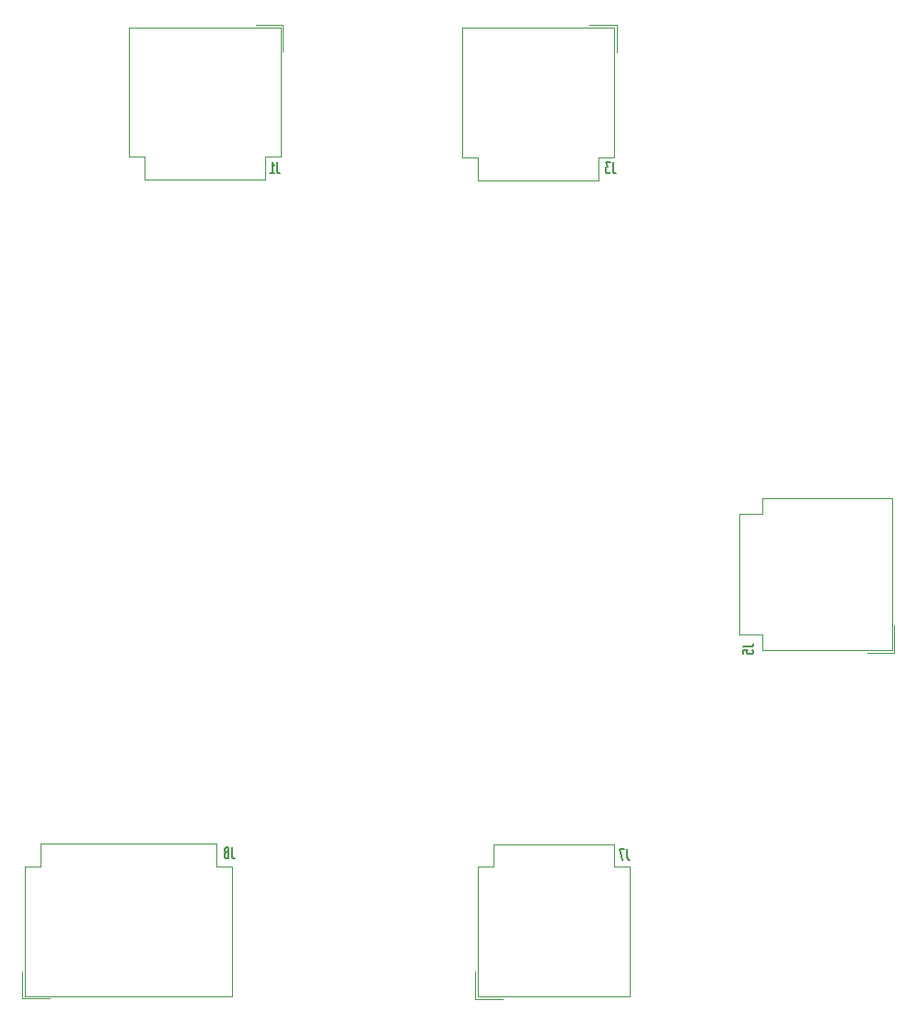
<source format=gbr>
%TF.GenerationSoftware,KiCad,Pcbnew,7.0.6*%
%TF.CreationDate,2023-10-25T23:51:53-07:00*%
%TF.ProjectId,controller-heat,636f6e74-726f-46c6-9c65-722d68656174,rev?*%
%TF.SameCoordinates,Original*%
%TF.FileFunction,Legend,Bot*%
%TF.FilePolarity,Positive*%
%FSLAX46Y46*%
G04 Gerber Fmt 4.6, Leading zero omitted, Abs format (unit mm)*
G04 Created by KiCad (PCBNEW 7.0.6) date 2023-10-25 23:51:53*
%MOMM*%
%LPD*%
G01*
G04 APERTURE LIST*
%ADD10C,0.153000*%
%ADD11C,0.120000*%
G04 APERTURE END LIST*
D10*
X176175304Y-62433986D02*
X176175304Y-63148271D01*
X176175304Y-63148271D02*
X176206257Y-63291128D01*
X176206257Y-63291128D02*
X176268161Y-63386367D01*
X176268161Y-63386367D02*
X176361019Y-63433986D01*
X176361019Y-63433986D02*
X176422923Y-63433986D01*
X175927685Y-62433986D02*
X175525304Y-62433986D01*
X175525304Y-62433986D02*
X175741971Y-62814938D01*
X175741971Y-62814938D02*
X175649114Y-62814938D01*
X175649114Y-62814938D02*
X175587209Y-62862557D01*
X175587209Y-62862557D02*
X175556257Y-62910176D01*
X175556257Y-62910176D02*
X175525304Y-63005414D01*
X175525304Y-63005414D02*
X175525304Y-63243509D01*
X175525304Y-63243509D02*
X175556257Y-63338747D01*
X175556257Y-63338747D02*
X175587209Y-63386367D01*
X175587209Y-63386367D02*
X175649114Y-63433986D01*
X175649114Y-63433986D02*
X175834828Y-63433986D01*
X175834828Y-63433986D02*
X175896733Y-63386367D01*
X175896733Y-63386367D02*
X175927685Y-63338747D01*
X141123304Y-125425986D02*
X141123304Y-126140271D01*
X141123304Y-126140271D02*
X141154257Y-126283128D01*
X141154257Y-126283128D02*
X141216161Y-126378367D01*
X141216161Y-126378367D02*
X141309019Y-126425986D01*
X141309019Y-126425986D02*
X141370923Y-126425986D01*
X140720923Y-125854557D02*
X140782828Y-125806938D01*
X140782828Y-125806938D02*
X140813781Y-125759319D01*
X140813781Y-125759319D02*
X140844733Y-125664081D01*
X140844733Y-125664081D02*
X140844733Y-125616462D01*
X140844733Y-125616462D02*
X140813781Y-125521224D01*
X140813781Y-125521224D02*
X140782828Y-125473605D01*
X140782828Y-125473605D02*
X140720923Y-125425986D01*
X140720923Y-125425986D02*
X140597114Y-125425986D01*
X140597114Y-125425986D02*
X140535209Y-125473605D01*
X140535209Y-125473605D02*
X140504257Y-125521224D01*
X140504257Y-125521224D02*
X140473304Y-125616462D01*
X140473304Y-125616462D02*
X140473304Y-125664081D01*
X140473304Y-125664081D02*
X140504257Y-125759319D01*
X140504257Y-125759319D02*
X140535209Y-125806938D01*
X140535209Y-125806938D02*
X140597114Y-125854557D01*
X140597114Y-125854557D02*
X140720923Y-125854557D01*
X140720923Y-125854557D02*
X140782828Y-125902176D01*
X140782828Y-125902176D02*
X140813781Y-125949795D01*
X140813781Y-125949795D02*
X140844733Y-126045033D01*
X140844733Y-126045033D02*
X140844733Y-126235509D01*
X140844733Y-126235509D02*
X140813781Y-126330747D01*
X140813781Y-126330747D02*
X140782828Y-126378367D01*
X140782828Y-126378367D02*
X140720923Y-126425986D01*
X140720923Y-126425986D02*
X140597114Y-126425986D01*
X140597114Y-126425986D02*
X140535209Y-126378367D01*
X140535209Y-126378367D02*
X140504257Y-126330747D01*
X140504257Y-126330747D02*
X140473304Y-126235509D01*
X140473304Y-126235509D02*
X140473304Y-126045033D01*
X140473304Y-126045033D02*
X140504257Y-125949795D01*
X140504257Y-125949795D02*
X140535209Y-125902176D01*
X140535209Y-125902176D02*
X140597114Y-125854557D01*
X145314304Y-62433986D02*
X145314304Y-63148271D01*
X145314304Y-63148271D02*
X145345257Y-63291128D01*
X145345257Y-63291128D02*
X145407161Y-63386367D01*
X145407161Y-63386367D02*
X145500019Y-63433986D01*
X145500019Y-63433986D02*
X145561923Y-63433986D01*
X144664304Y-63433986D02*
X145035733Y-63433986D01*
X144850019Y-63433986D02*
X144850019Y-62433986D01*
X144850019Y-62433986D02*
X144911923Y-62576843D01*
X144911923Y-62576843D02*
X144973828Y-62672081D01*
X144973828Y-62672081D02*
X145035733Y-62719700D01*
X188113301Y-106958656D02*
X188827586Y-106958656D01*
X188827586Y-106958656D02*
X188970443Y-106927703D01*
X188970443Y-106927703D02*
X189065682Y-106865799D01*
X189065682Y-106865799D02*
X189113301Y-106772941D01*
X189113301Y-106772941D02*
X189113301Y-106711037D01*
X188113301Y-107577703D02*
X188113301Y-107268179D01*
X188113301Y-107268179D02*
X188589491Y-107237227D01*
X188589491Y-107237227D02*
X188541872Y-107268179D01*
X188541872Y-107268179D02*
X188494253Y-107330084D01*
X188494253Y-107330084D02*
X188494253Y-107484846D01*
X188494253Y-107484846D02*
X188541872Y-107546751D01*
X188541872Y-107546751D02*
X188589491Y-107577703D01*
X188589491Y-107577703D02*
X188684729Y-107608656D01*
X188684729Y-107608656D02*
X188922824Y-107608656D01*
X188922824Y-107608656D02*
X189018062Y-107577703D01*
X189018062Y-107577703D02*
X189065682Y-107546751D01*
X189065682Y-107546751D02*
X189113301Y-107484846D01*
X189113301Y-107484846D02*
X189113301Y-107330084D01*
X189113301Y-107330084D02*
X189065682Y-107268179D01*
X189065682Y-107268179D02*
X189018062Y-107237227D01*
X177496104Y-125578386D02*
X177496104Y-126292671D01*
X177496104Y-126292671D02*
X177527057Y-126435528D01*
X177527057Y-126435528D02*
X177588961Y-126530767D01*
X177588961Y-126530767D02*
X177681819Y-126578386D01*
X177681819Y-126578386D02*
X177743723Y-126578386D01*
X177248485Y-125578386D02*
X176815152Y-125578386D01*
X176815152Y-125578386D02*
X177093723Y-126578386D01*
D11*
%TO.C,J3*%
X176530888Y-49819073D02*
X176530888Y-52319073D01*
X176530888Y-49819073D02*
X174030888Y-49819073D01*
X176300888Y-61954073D02*
X174850888Y-61954073D01*
X176300888Y-50054073D02*
X176300888Y-61954073D01*
X176300888Y-50054073D02*
X162330888Y-50054073D01*
X174850888Y-64054073D02*
X174850888Y-61954073D01*
X174850888Y-64054073D02*
X163780888Y-64054073D01*
X163780888Y-64054073D02*
X163780888Y-61954073D01*
X163780888Y-61954073D02*
X162330888Y-61954073D01*
X162330888Y-50054073D02*
X162330888Y-61954073D01*
%TO.C,J8*%
X121888638Y-139309323D02*
X121888638Y-136809323D01*
X121888638Y-139309323D02*
X124388638Y-139309323D01*
X122118638Y-127174323D02*
X123568638Y-127174323D01*
X122118638Y-139074323D02*
X122118638Y-127174323D01*
X122118638Y-139074323D02*
X141128638Y-139074323D01*
X123568638Y-125074323D02*
X123568638Y-127174323D01*
X123568638Y-125074323D02*
X139678638Y-125074323D01*
X139678638Y-125074323D02*
X139678638Y-127174323D01*
X139678638Y-127174323D02*
X141128638Y-127174323D01*
X141128638Y-139074323D02*
X141128638Y-127174323D01*
%TO.C,J1*%
X145847638Y-49768323D02*
X145847638Y-52268323D01*
X145847638Y-49768323D02*
X143347638Y-49768323D01*
X145617638Y-61903323D02*
X144167638Y-61903323D01*
X145617638Y-50003323D02*
X145617638Y-61903323D01*
X145617638Y-50003323D02*
X131647638Y-50003323D01*
X144167638Y-64003323D02*
X144167638Y-61903323D01*
X144167638Y-64003323D02*
X133097638Y-64003323D01*
X133097638Y-64003323D02*
X133097638Y-61903323D01*
X133097638Y-61903323D02*
X131647638Y-61903323D01*
X131647638Y-50003323D02*
X131647638Y-61903323D01*
%TO.C,J5*%
X202073638Y-107527323D02*
X199573638Y-107527323D01*
X202073638Y-107527323D02*
X202073638Y-105027323D01*
X189938638Y-107297323D02*
X189938638Y-105847323D01*
X201838638Y-107297323D02*
X189938638Y-107297323D01*
X201838638Y-107297323D02*
X201838638Y-93327323D01*
X187838638Y-105847323D02*
X189938638Y-105847323D01*
X187838638Y-105847323D02*
X187838638Y-94777323D01*
X187838638Y-94777323D02*
X189938638Y-94777323D01*
X189938638Y-94777323D02*
X189938638Y-93327323D01*
X201838638Y-93327323D02*
X189938638Y-93327323D01*
%TO.C,J7*%
X163541638Y-139344323D02*
X163541638Y-136844323D01*
X163541638Y-139344323D02*
X166041638Y-139344323D01*
X163771638Y-127209323D02*
X165221638Y-127209323D01*
X163771638Y-139109323D02*
X163771638Y-127209323D01*
X163771638Y-139109323D02*
X177741638Y-139109323D01*
X165221638Y-125109323D02*
X165221638Y-127209323D01*
X165221638Y-125109323D02*
X176291638Y-125109323D01*
X176291638Y-125109323D02*
X176291638Y-127209323D01*
X176291638Y-127209323D02*
X177741638Y-127209323D01*
X177741638Y-139109323D02*
X177741638Y-127209323D01*
%TD*%
M02*

</source>
